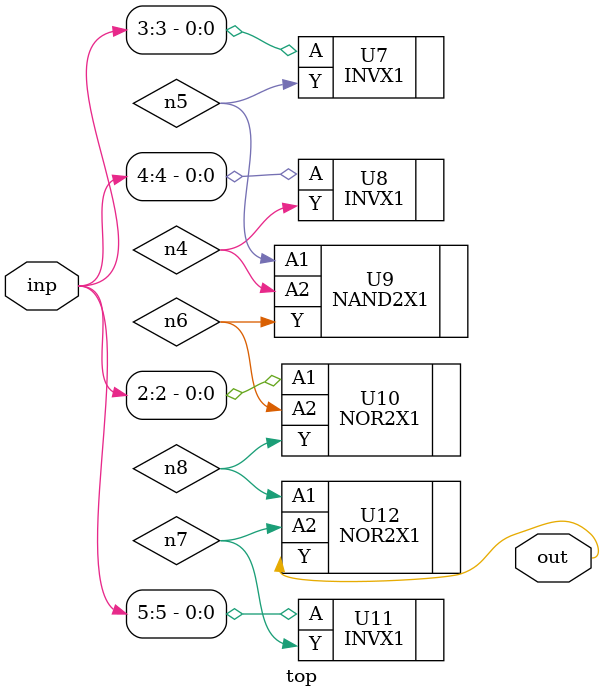
<source format=sv>


module top ( inp, out );
  input [5:0] inp;
  output out;
  wire   n4, n5, n6, n7, n8;

  INVX1 U7 ( .A(inp[3]), .Y(n5) );
  INVX1 U8 ( .A(inp[4]), .Y(n4) );
  NAND2X1 U9 ( .A1(n5), .A2(n4), .Y(n6) );
  NOR2X1 U10 ( .A1(inp[2]), .A2(n6), .Y(n8) );
  INVX1 U11 ( .A(inp[5]), .Y(n7) );
  NOR2X1 U12 ( .A1(n8), .A2(n7), .Y(out) );
endmodule


</source>
